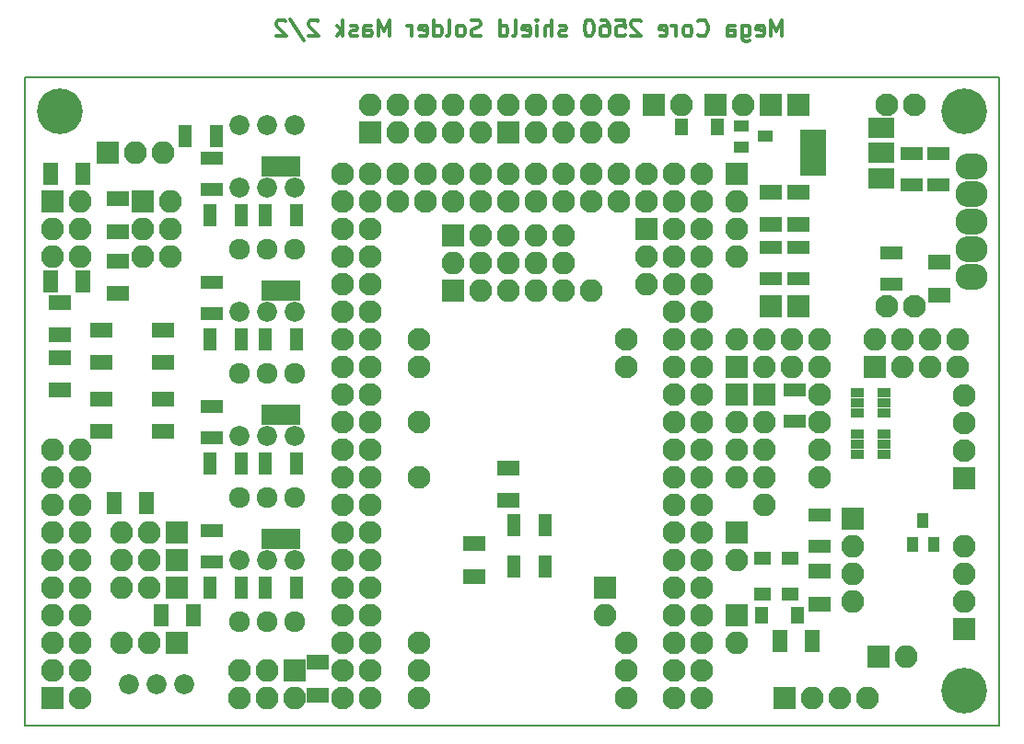
<source format=gbr>
G04 #@! TF.FileFunction,Soldermask,Bot*
%FSLAX46Y46*%
G04 Gerber Fmt 4.6, Leading zero omitted, Abs format (unit mm)*
G04 Created by KiCad (PCBNEW 4.0.7) date 04/25/18 16:31:08*
%MOMM*%
%LPD*%
G01*
G04 APERTURE LIST*
%ADD10C,0.100000*%
%ADD11C,0.150000*%
%ADD12C,0.300000*%
%ADD13C,2.100000*%
%ADD14O,2.940000X2.432000*%
%ADD15R,1.400000X1.000000*%
%ADD16R,2.100000X2.100000*%
%ADD17O,2.100000X2.100000*%
%ADD18R,1.400000X2.000000*%
%ADD19R,1.600000X1.300000*%
%ADD20R,1.200000X0.950000*%
%ADD21R,2.100000X1.300000*%
%ADD22R,1.300000X2.100000*%
%ADD23C,4.200000*%
%ADD24R,1.000000X1.400000*%
%ADD25R,1.300000X1.600000*%
%ADD26R,2.000000X1.400000*%
%ADD27R,2.400000X4.200000*%
%ADD28R,2.400000X1.900000*%
%ADD29C,1.840000*%
%ADD30C,1.924000*%
%ADD31R,1.924000X1.924000*%
G04 APERTURE END LIST*
D10*
D11*
X140177520Y-61879480D02*
X140177520Y-121569480D01*
X229712520Y-61879480D02*
X140177520Y-61879480D01*
X229712520Y-121569480D02*
X229712520Y-61879480D01*
X140177520Y-121569480D02*
X229712520Y-121569480D01*
D12*
X209746804Y-58113051D02*
X209746804Y-56613051D01*
X209246804Y-57684480D01*
X208746804Y-56613051D01*
X208746804Y-58113051D01*
X207461090Y-58041623D02*
X207603947Y-58113051D01*
X207889661Y-58113051D01*
X208032518Y-58041623D01*
X208103947Y-57898766D01*
X208103947Y-57327337D01*
X208032518Y-57184480D01*
X207889661Y-57113051D01*
X207603947Y-57113051D01*
X207461090Y-57184480D01*
X207389661Y-57327337D01*
X207389661Y-57470194D01*
X208103947Y-57613051D01*
X206103947Y-57113051D02*
X206103947Y-58327337D01*
X206175376Y-58470194D01*
X206246804Y-58541623D01*
X206389661Y-58613051D01*
X206603947Y-58613051D01*
X206746804Y-58541623D01*
X206103947Y-58041623D02*
X206246804Y-58113051D01*
X206532518Y-58113051D01*
X206675376Y-58041623D01*
X206746804Y-57970194D01*
X206818233Y-57827337D01*
X206818233Y-57398766D01*
X206746804Y-57255909D01*
X206675376Y-57184480D01*
X206532518Y-57113051D01*
X206246804Y-57113051D01*
X206103947Y-57184480D01*
X204746804Y-58113051D02*
X204746804Y-57327337D01*
X204818233Y-57184480D01*
X204961090Y-57113051D01*
X205246804Y-57113051D01*
X205389661Y-57184480D01*
X204746804Y-58041623D02*
X204889661Y-58113051D01*
X205246804Y-58113051D01*
X205389661Y-58041623D01*
X205461090Y-57898766D01*
X205461090Y-57755909D01*
X205389661Y-57613051D01*
X205246804Y-57541623D01*
X204889661Y-57541623D01*
X204746804Y-57470194D01*
X202032518Y-57970194D02*
X202103947Y-58041623D01*
X202318233Y-58113051D01*
X202461090Y-58113051D01*
X202675375Y-58041623D01*
X202818233Y-57898766D01*
X202889661Y-57755909D01*
X202961090Y-57470194D01*
X202961090Y-57255909D01*
X202889661Y-56970194D01*
X202818233Y-56827337D01*
X202675375Y-56684480D01*
X202461090Y-56613051D01*
X202318233Y-56613051D01*
X202103947Y-56684480D01*
X202032518Y-56755909D01*
X201175375Y-58113051D02*
X201318233Y-58041623D01*
X201389661Y-57970194D01*
X201461090Y-57827337D01*
X201461090Y-57398766D01*
X201389661Y-57255909D01*
X201318233Y-57184480D01*
X201175375Y-57113051D01*
X200961090Y-57113051D01*
X200818233Y-57184480D01*
X200746804Y-57255909D01*
X200675375Y-57398766D01*
X200675375Y-57827337D01*
X200746804Y-57970194D01*
X200818233Y-58041623D01*
X200961090Y-58113051D01*
X201175375Y-58113051D01*
X200032518Y-58113051D02*
X200032518Y-57113051D01*
X200032518Y-57398766D02*
X199961090Y-57255909D01*
X199889661Y-57184480D01*
X199746804Y-57113051D01*
X199603947Y-57113051D01*
X198532519Y-58041623D02*
X198675376Y-58113051D01*
X198961090Y-58113051D01*
X199103947Y-58041623D01*
X199175376Y-57898766D01*
X199175376Y-57327337D01*
X199103947Y-57184480D01*
X198961090Y-57113051D01*
X198675376Y-57113051D01*
X198532519Y-57184480D01*
X198461090Y-57327337D01*
X198461090Y-57470194D01*
X199175376Y-57613051D01*
X196746805Y-56755909D02*
X196675376Y-56684480D01*
X196532519Y-56613051D01*
X196175376Y-56613051D01*
X196032519Y-56684480D01*
X195961090Y-56755909D01*
X195889662Y-56898766D01*
X195889662Y-57041623D01*
X195961090Y-57255909D01*
X196818233Y-58113051D01*
X195889662Y-58113051D01*
X194532519Y-56613051D02*
X195246805Y-56613051D01*
X195318234Y-57327337D01*
X195246805Y-57255909D01*
X195103948Y-57184480D01*
X194746805Y-57184480D01*
X194603948Y-57255909D01*
X194532519Y-57327337D01*
X194461091Y-57470194D01*
X194461091Y-57827337D01*
X194532519Y-57970194D01*
X194603948Y-58041623D01*
X194746805Y-58113051D01*
X195103948Y-58113051D01*
X195246805Y-58041623D01*
X195318234Y-57970194D01*
X193175377Y-56613051D02*
X193461091Y-56613051D01*
X193603948Y-56684480D01*
X193675377Y-56755909D01*
X193818234Y-56970194D01*
X193889663Y-57255909D01*
X193889663Y-57827337D01*
X193818234Y-57970194D01*
X193746806Y-58041623D01*
X193603948Y-58113051D01*
X193318234Y-58113051D01*
X193175377Y-58041623D01*
X193103948Y-57970194D01*
X193032520Y-57827337D01*
X193032520Y-57470194D01*
X193103948Y-57327337D01*
X193175377Y-57255909D01*
X193318234Y-57184480D01*
X193603948Y-57184480D01*
X193746806Y-57255909D01*
X193818234Y-57327337D01*
X193889663Y-57470194D01*
X192103949Y-56613051D02*
X191961092Y-56613051D01*
X191818235Y-56684480D01*
X191746806Y-56755909D01*
X191675377Y-56898766D01*
X191603949Y-57184480D01*
X191603949Y-57541623D01*
X191675377Y-57827337D01*
X191746806Y-57970194D01*
X191818235Y-58041623D01*
X191961092Y-58113051D01*
X192103949Y-58113051D01*
X192246806Y-58041623D01*
X192318235Y-57970194D01*
X192389663Y-57827337D01*
X192461092Y-57541623D01*
X192461092Y-57184480D01*
X192389663Y-56898766D01*
X192318235Y-56755909D01*
X192246806Y-56684480D01*
X192103949Y-56613051D01*
X189889664Y-58041623D02*
X189746807Y-58113051D01*
X189461092Y-58113051D01*
X189318235Y-58041623D01*
X189246807Y-57898766D01*
X189246807Y-57827337D01*
X189318235Y-57684480D01*
X189461092Y-57613051D01*
X189675378Y-57613051D01*
X189818235Y-57541623D01*
X189889664Y-57398766D01*
X189889664Y-57327337D01*
X189818235Y-57184480D01*
X189675378Y-57113051D01*
X189461092Y-57113051D01*
X189318235Y-57184480D01*
X188603949Y-58113051D02*
X188603949Y-56613051D01*
X187961092Y-58113051D02*
X187961092Y-57327337D01*
X188032521Y-57184480D01*
X188175378Y-57113051D01*
X188389663Y-57113051D01*
X188532521Y-57184480D01*
X188603949Y-57255909D01*
X187246806Y-58113051D02*
X187246806Y-57113051D01*
X187246806Y-56613051D02*
X187318235Y-56684480D01*
X187246806Y-56755909D01*
X187175378Y-56684480D01*
X187246806Y-56613051D01*
X187246806Y-56755909D01*
X185961092Y-58041623D02*
X186103949Y-58113051D01*
X186389663Y-58113051D01*
X186532520Y-58041623D01*
X186603949Y-57898766D01*
X186603949Y-57327337D01*
X186532520Y-57184480D01*
X186389663Y-57113051D01*
X186103949Y-57113051D01*
X185961092Y-57184480D01*
X185889663Y-57327337D01*
X185889663Y-57470194D01*
X186603949Y-57613051D01*
X185032520Y-58113051D02*
X185175378Y-58041623D01*
X185246806Y-57898766D01*
X185246806Y-56613051D01*
X183818235Y-58113051D02*
X183818235Y-56613051D01*
X183818235Y-58041623D02*
X183961092Y-58113051D01*
X184246806Y-58113051D01*
X184389664Y-58041623D01*
X184461092Y-57970194D01*
X184532521Y-57827337D01*
X184532521Y-57398766D01*
X184461092Y-57255909D01*
X184389664Y-57184480D01*
X184246806Y-57113051D01*
X183961092Y-57113051D01*
X183818235Y-57184480D01*
X182032521Y-58041623D02*
X181818235Y-58113051D01*
X181461092Y-58113051D01*
X181318235Y-58041623D01*
X181246806Y-57970194D01*
X181175378Y-57827337D01*
X181175378Y-57684480D01*
X181246806Y-57541623D01*
X181318235Y-57470194D01*
X181461092Y-57398766D01*
X181746806Y-57327337D01*
X181889664Y-57255909D01*
X181961092Y-57184480D01*
X182032521Y-57041623D01*
X182032521Y-56898766D01*
X181961092Y-56755909D01*
X181889664Y-56684480D01*
X181746806Y-56613051D01*
X181389664Y-56613051D01*
X181175378Y-56684480D01*
X180318235Y-58113051D02*
X180461093Y-58041623D01*
X180532521Y-57970194D01*
X180603950Y-57827337D01*
X180603950Y-57398766D01*
X180532521Y-57255909D01*
X180461093Y-57184480D01*
X180318235Y-57113051D01*
X180103950Y-57113051D01*
X179961093Y-57184480D01*
X179889664Y-57255909D01*
X179818235Y-57398766D01*
X179818235Y-57827337D01*
X179889664Y-57970194D01*
X179961093Y-58041623D01*
X180103950Y-58113051D01*
X180318235Y-58113051D01*
X178961092Y-58113051D02*
X179103950Y-58041623D01*
X179175378Y-57898766D01*
X179175378Y-56613051D01*
X177746807Y-58113051D02*
X177746807Y-56613051D01*
X177746807Y-58041623D02*
X177889664Y-58113051D01*
X178175378Y-58113051D01*
X178318236Y-58041623D01*
X178389664Y-57970194D01*
X178461093Y-57827337D01*
X178461093Y-57398766D01*
X178389664Y-57255909D01*
X178318236Y-57184480D01*
X178175378Y-57113051D01*
X177889664Y-57113051D01*
X177746807Y-57184480D01*
X176461093Y-58041623D02*
X176603950Y-58113051D01*
X176889664Y-58113051D01*
X177032521Y-58041623D01*
X177103950Y-57898766D01*
X177103950Y-57327337D01*
X177032521Y-57184480D01*
X176889664Y-57113051D01*
X176603950Y-57113051D01*
X176461093Y-57184480D01*
X176389664Y-57327337D01*
X176389664Y-57470194D01*
X177103950Y-57613051D01*
X175746807Y-58113051D02*
X175746807Y-57113051D01*
X175746807Y-57398766D02*
X175675379Y-57255909D01*
X175603950Y-57184480D01*
X175461093Y-57113051D01*
X175318236Y-57113051D01*
X173675379Y-58113051D02*
X173675379Y-56613051D01*
X173175379Y-57684480D01*
X172675379Y-56613051D01*
X172675379Y-58113051D01*
X171318236Y-58113051D02*
X171318236Y-57327337D01*
X171389665Y-57184480D01*
X171532522Y-57113051D01*
X171818236Y-57113051D01*
X171961093Y-57184480D01*
X171318236Y-58041623D02*
X171461093Y-58113051D01*
X171818236Y-58113051D01*
X171961093Y-58041623D01*
X172032522Y-57898766D01*
X172032522Y-57755909D01*
X171961093Y-57613051D01*
X171818236Y-57541623D01*
X171461093Y-57541623D01*
X171318236Y-57470194D01*
X170675379Y-58041623D02*
X170532522Y-58113051D01*
X170246807Y-58113051D01*
X170103950Y-58041623D01*
X170032522Y-57898766D01*
X170032522Y-57827337D01*
X170103950Y-57684480D01*
X170246807Y-57613051D01*
X170461093Y-57613051D01*
X170603950Y-57541623D01*
X170675379Y-57398766D01*
X170675379Y-57327337D01*
X170603950Y-57184480D01*
X170461093Y-57113051D01*
X170246807Y-57113051D01*
X170103950Y-57184480D01*
X169389664Y-58113051D02*
X169389664Y-56613051D01*
X169246807Y-57541623D02*
X168818236Y-58113051D01*
X168818236Y-57113051D02*
X169389664Y-57684480D01*
X167103950Y-56755909D02*
X167032521Y-56684480D01*
X166889664Y-56613051D01*
X166532521Y-56613051D01*
X166389664Y-56684480D01*
X166318235Y-56755909D01*
X166246807Y-56898766D01*
X166246807Y-57041623D01*
X166318235Y-57255909D01*
X167175378Y-58113051D01*
X166246807Y-58113051D01*
X164532522Y-56541623D02*
X165818236Y-58470194D01*
X164103950Y-56755909D02*
X164032521Y-56684480D01*
X163889664Y-56613051D01*
X163532521Y-56613051D01*
X163389664Y-56684480D01*
X163318235Y-56755909D01*
X163246807Y-56898766D01*
X163246807Y-57041623D01*
X163318235Y-57255909D01*
X164175378Y-58113051D01*
X163246807Y-58113051D01*
D13*
X187167520Y-73309480D03*
X189707520Y-73309480D03*
X192247520Y-73309480D03*
X194787520Y-73309480D03*
X197327520Y-73309480D03*
X184627520Y-73309480D03*
X182087520Y-73309480D03*
X179547520Y-73309480D03*
X177007520Y-73309480D03*
X174467520Y-73309480D03*
X197327520Y-70769480D03*
X194787520Y-70769480D03*
X192247520Y-70769480D03*
X189707520Y-70769480D03*
X187167520Y-70769480D03*
X184627520Y-70769480D03*
X182087520Y-70769480D03*
X179547520Y-70769480D03*
X177007520Y-70769480D03*
X174467520Y-70769480D03*
X199867520Y-70769480D03*
X199867520Y-73309480D03*
X199867520Y-75849480D03*
X199867520Y-78389480D03*
X199867520Y-80929480D03*
X199867520Y-83469480D03*
X199867520Y-86009480D03*
X199867520Y-88549480D03*
X199867520Y-91089480D03*
X199867520Y-93629480D03*
X199867520Y-96169480D03*
X199867520Y-98709480D03*
X199867520Y-101249480D03*
X199867520Y-103789480D03*
X199867520Y-106329480D03*
X199867520Y-108869480D03*
X199867520Y-111409480D03*
X199867520Y-113949480D03*
X199867520Y-116489480D03*
X199867520Y-119029480D03*
X202407520Y-70769480D03*
X202407520Y-73309480D03*
X202407520Y-75849480D03*
X202407520Y-78389480D03*
X202407520Y-80929480D03*
X202407520Y-83469480D03*
X202407520Y-86009480D03*
X202407520Y-88549480D03*
X202407520Y-91089480D03*
X202407520Y-93629480D03*
X202407520Y-96169480D03*
X202407520Y-98709480D03*
X202407520Y-101249480D03*
X202407520Y-103789480D03*
X202407520Y-106329480D03*
X202407520Y-108869480D03*
X202407520Y-111409480D03*
X202407520Y-113949480D03*
X202407520Y-116489480D03*
X202407520Y-119029480D03*
X171927520Y-70769480D03*
X171927520Y-73309480D03*
X171927520Y-75849480D03*
X171927520Y-78389480D03*
X171927520Y-80929480D03*
X171927520Y-83469480D03*
X171927520Y-86009480D03*
X171927520Y-88549480D03*
X171927520Y-91089480D03*
X171927520Y-93629480D03*
X171927520Y-96169480D03*
X171927520Y-98709480D03*
X171927520Y-101249480D03*
X171927520Y-103789480D03*
X171927520Y-106329480D03*
X171927520Y-108869480D03*
X171927520Y-111409480D03*
X171927520Y-113949480D03*
X171927520Y-116489480D03*
X171927520Y-119029480D03*
X169387520Y-119029480D03*
X169387520Y-116489480D03*
X169387520Y-113949480D03*
X169387520Y-111409480D03*
X169387520Y-108869480D03*
X169387520Y-106329480D03*
X169387520Y-103789480D03*
X169387520Y-101249480D03*
X169387520Y-98709480D03*
X169387520Y-96169480D03*
X169387520Y-93629480D03*
X169387520Y-91089480D03*
X169387520Y-88549480D03*
X169387520Y-86009480D03*
X169387520Y-83469480D03*
X169387520Y-80929480D03*
X169387520Y-78389480D03*
X169387520Y-75849480D03*
X169387520Y-73309480D03*
X169387520Y-70769480D03*
D14*
X227172520Y-70134480D03*
X227172520Y-72674480D03*
X227172520Y-75214480D03*
X227172520Y-77754480D03*
X227172520Y-80294480D03*
D15*
X206006520Y-66390480D03*
X208206520Y-67340480D03*
X206006520Y-68290480D03*
D16*
X208757520Y-64419480D03*
X208767520Y-82961480D03*
X211297520Y-64419480D03*
X211297520Y-82961480D03*
D13*
X219425520Y-64419480D03*
X219425520Y-82961480D03*
X221965520Y-64419480D03*
X221965520Y-82961480D03*
D16*
X197327520Y-75849480D03*
D17*
X197327520Y-78389480D03*
X197327520Y-80929480D03*
D16*
X205582520Y-70769480D03*
D17*
X205582520Y-73309480D03*
X205582520Y-75849480D03*
X205582520Y-78389480D03*
D18*
X209543520Y-113822480D03*
X212543520Y-113822480D03*
D19*
X207995520Y-106203480D03*
X207995520Y-109503480D03*
X210535520Y-109503480D03*
X210535520Y-106203480D03*
D16*
X208122520Y-91089480D03*
D17*
X208122520Y-93629480D03*
X208122520Y-96169480D03*
X208122520Y-98709480D03*
X208122520Y-101249480D03*
D20*
X219101520Y-94711480D03*
X219101520Y-95661480D03*
X219101520Y-96611480D03*
X216701520Y-96611480D03*
X216701520Y-95661480D03*
X216701520Y-94711480D03*
X219101520Y-90901480D03*
X219101520Y-91851480D03*
X219101520Y-92801480D03*
X216701520Y-92801480D03*
X216701520Y-91851480D03*
X216701520Y-90901480D03*
D16*
X218663520Y-115219480D03*
D17*
X221203520Y-115219480D03*
D21*
X210916520Y-90655480D03*
X210916520Y-93555480D03*
D22*
X154856520Y-67340480D03*
X157756520Y-67340480D03*
D23*
X226537520Y-118394480D03*
X226537520Y-65054480D03*
D21*
X219806520Y-80982480D03*
X219806520Y-78082480D03*
D24*
X221777520Y-104889480D03*
X222727520Y-102689480D03*
X223677520Y-104889480D03*
D25*
X207869520Y-111409480D03*
X211169520Y-111409480D03*
D26*
X213202520Y-110369480D03*
X213202520Y-107369480D03*
D21*
X213202520Y-105112480D03*
X213202520Y-102212480D03*
D26*
X224251520Y-78921480D03*
X224251520Y-81921480D03*
D21*
X224124520Y-71838480D03*
X224124520Y-68938480D03*
X221711520Y-68938480D03*
X221711520Y-71838480D03*
X211297520Y-80474480D03*
X211297520Y-77574480D03*
X208757520Y-80474480D03*
X208757520Y-77574480D03*
D26*
X211297520Y-72444480D03*
X211297520Y-75444480D03*
X208757520Y-72444480D03*
X208757520Y-75444480D03*
D27*
X212592520Y-68864480D03*
D28*
X218892520Y-68864480D03*
X218892520Y-71164480D03*
X218892520Y-66564480D03*
D25*
X203803520Y-66451480D03*
X200503520Y-66451480D03*
D16*
X179547520Y-76484480D03*
D17*
X179547520Y-79024480D03*
X182087520Y-76484480D03*
X182087520Y-79024480D03*
X184627520Y-76484480D03*
X184627520Y-79024480D03*
X187167520Y-76484480D03*
X187167520Y-79024480D03*
X189707520Y-76484480D03*
X189707520Y-79024480D03*
D13*
X195422520Y-86009480D03*
X195422520Y-88549480D03*
X176372520Y-86009480D03*
X176372520Y-88549480D03*
X176372520Y-93629480D03*
X176372520Y-98709480D03*
X176372520Y-113949480D03*
X176372520Y-116489480D03*
X176372520Y-119029480D03*
X195422520Y-119029480D03*
X195422520Y-116489480D03*
X195422520Y-113949480D03*
D26*
X184627520Y-97844480D03*
X184627520Y-100844480D03*
D22*
X185082520Y-103154480D03*
X187982520Y-103154480D03*
X185082520Y-106964480D03*
X187982520Y-106964480D03*
D26*
X181452520Y-104829480D03*
X181452520Y-107829480D03*
X167101520Y-115751480D03*
X167101520Y-118751480D03*
D21*
X157322520Y-106509480D03*
X157322520Y-103609480D03*
D18*
X152647520Y-111409480D03*
X155647520Y-111409480D03*
X151329520Y-101122480D03*
X148329520Y-101122480D03*
D22*
X162222520Y-97439480D03*
X165122520Y-97439480D03*
D21*
X157322520Y-95079480D03*
X157322520Y-92179480D03*
D26*
X152877520Y-94494480D03*
X152877520Y-91494480D03*
X147162520Y-94494480D03*
X147162520Y-91494480D03*
X147162520Y-85144480D03*
X147162520Y-88144480D03*
X152877520Y-85144480D03*
X152877520Y-88144480D03*
D22*
X162222520Y-86009480D03*
X165122520Y-86009480D03*
D21*
X157322520Y-83649480D03*
X157322520Y-80749480D03*
D22*
X157142520Y-74579480D03*
X160042520Y-74579480D03*
X162222520Y-74579480D03*
X165122520Y-74579480D03*
D18*
X145487520Y-80675480D03*
X142487520Y-80675480D03*
D26*
X143352520Y-85604480D03*
X143352520Y-82604480D03*
X148686520Y-78794480D03*
X148686520Y-81794480D03*
X148686520Y-76079480D03*
X148686520Y-73079480D03*
D21*
X157322520Y-72219480D03*
X157322520Y-69319480D03*
D18*
X145487520Y-70769480D03*
X142487520Y-70769480D03*
D22*
X157142520Y-86009480D03*
X160042520Y-86009480D03*
X157142520Y-97439480D03*
X160042520Y-97439480D03*
X162222520Y-108869480D03*
X165122520Y-108869480D03*
X157142520Y-108869480D03*
X160042520Y-108869480D03*
D16*
X226537520Y-112679480D03*
D17*
X226537520Y-110139480D03*
X226537520Y-107599480D03*
X226537520Y-105059480D03*
D16*
X210027520Y-119029480D03*
D17*
X212567520Y-119029480D03*
X215107520Y-119029480D03*
X217647520Y-119029480D03*
D16*
X205582520Y-111409480D03*
D17*
X205582520Y-113949480D03*
D16*
X216250520Y-102519480D03*
D17*
X216250520Y-105059480D03*
X216250520Y-107599480D03*
X216250520Y-110139480D03*
D16*
X205582520Y-103789480D03*
D17*
X205582520Y-106329480D03*
D16*
X205582520Y-91089480D03*
D17*
X205582520Y-93629480D03*
X205582520Y-96169480D03*
X205582520Y-98709480D03*
D13*
X226537520Y-91152980D03*
X226537520Y-93692980D03*
X226537520Y-96232980D03*
D16*
X226537520Y-98772980D03*
D13*
X213202520Y-91102180D03*
X213202520Y-93642180D03*
X213202520Y-96182180D03*
X213202520Y-98722180D03*
X213202520Y-98722180D03*
X213202520Y-96182180D03*
X213202520Y-93642180D03*
X213202520Y-91102180D03*
D16*
X203677520Y-64419480D03*
D17*
X206217520Y-64419480D03*
D16*
X197962520Y-64419480D03*
D17*
X200502520Y-64419480D03*
D16*
X179547520Y-81564480D03*
D17*
X182087520Y-81564480D03*
X184627520Y-81564480D03*
X187167520Y-81564480D03*
X189707520Y-81564480D03*
X192247520Y-81564480D03*
D16*
X193517520Y-108869480D03*
D17*
X193517520Y-111409480D03*
D16*
X147797520Y-68864480D03*
D17*
X150337520Y-68864480D03*
X152877520Y-68864480D03*
D16*
X150972520Y-73309480D03*
D17*
X153512520Y-73309480D03*
X150972520Y-75849480D03*
X153512520Y-75849480D03*
X150972520Y-78389480D03*
X153512520Y-78389480D03*
D16*
X142717520Y-73309480D03*
D17*
X145257520Y-73309480D03*
X142717520Y-75849480D03*
X145257520Y-75849480D03*
X142717520Y-78389480D03*
X145257520Y-78389480D03*
D16*
X142717520Y-119029480D03*
D17*
X145257520Y-116489480D03*
X142717520Y-116489480D03*
X145257520Y-113949480D03*
X142717520Y-113949480D03*
X145257520Y-111409480D03*
X142717520Y-111409480D03*
X145257520Y-108869480D03*
X142717520Y-108869480D03*
X145257520Y-106329480D03*
X142717520Y-106329480D03*
X145257520Y-103789480D03*
X142717520Y-103789480D03*
X145257520Y-101249480D03*
X142717520Y-101249480D03*
X145257520Y-98709480D03*
X142717520Y-98709480D03*
X145257520Y-96169480D03*
X142717520Y-96169480D03*
D13*
X145257520Y-119029480D03*
D16*
X154147520Y-103789480D03*
D17*
X151607520Y-103789480D03*
X149067520Y-103789480D03*
D16*
X154147520Y-106329480D03*
D17*
X151607520Y-106329480D03*
X149067520Y-106329480D03*
D16*
X154147520Y-108869480D03*
D17*
X151607520Y-108869480D03*
X149067520Y-108869480D03*
D16*
X154147520Y-113949480D03*
D17*
X151607520Y-113949480D03*
X149067520Y-113949480D03*
D29*
X149702520Y-117759480D03*
X152242520Y-117759480D03*
X154782520Y-117759480D03*
D16*
X164942520Y-116489480D03*
D17*
X164942520Y-119029480D03*
X162402520Y-116489480D03*
X162402520Y-119029480D03*
X159862520Y-116489480D03*
X159862520Y-119029480D03*
D30*
X162402520Y-112044480D03*
X164942520Y-112044480D03*
X159862520Y-112044480D03*
D29*
X159862520Y-106329480D03*
X162402520Y-106329480D03*
X164942520Y-106329480D03*
D30*
X162402520Y-100614480D03*
X164942520Y-100614480D03*
X159862520Y-100614480D03*
D29*
X159862520Y-94899480D03*
X162402520Y-94899480D03*
X164942520Y-94899480D03*
D30*
X162402520Y-89184480D03*
X164942520Y-89184480D03*
X159862520Y-89184480D03*
D29*
X159862520Y-83469480D03*
X162402520Y-83469480D03*
X164942520Y-83469480D03*
X159862520Y-72039480D03*
X162402520Y-72039480D03*
X164942520Y-72039480D03*
D30*
X162402520Y-77754480D03*
X164942520Y-77754480D03*
X159862520Y-77754480D03*
D29*
X159862520Y-66324480D03*
X162402520Y-66324480D03*
X164942520Y-66324480D03*
D16*
X205582520Y-88549480D03*
D17*
X205582520Y-86009480D03*
X208122520Y-88549480D03*
X208122520Y-86009480D03*
X210662520Y-88549480D03*
X210662520Y-86009480D03*
X213202520Y-88549480D03*
X213202520Y-86009480D03*
D16*
X171927520Y-66959480D03*
D17*
X171927520Y-64419480D03*
X174467520Y-66959480D03*
X174467520Y-64419480D03*
X177007520Y-66959480D03*
X177007520Y-64419480D03*
X179547520Y-66959480D03*
X179547520Y-64419480D03*
X182087520Y-66959480D03*
X182087520Y-64419480D03*
D16*
X184627520Y-66959480D03*
D17*
X184627520Y-64419480D03*
X187167520Y-66959480D03*
X187167520Y-64419480D03*
X189707520Y-66959480D03*
X189707520Y-64419480D03*
X192247520Y-66959480D03*
X192247520Y-64419480D03*
X194787520Y-66959480D03*
X194787520Y-64419480D03*
D31*
X164571680Y-70134480D03*
X162872420Y-70134480D03*
X164571680Y-81564480D03*
X162872420Y-81564480D03*
X164571680Y-92994480D03*
X162872420Y-92994480D03*
X164571680Y-104424480D03*
X162872420Y-104424480D03*
D16*
X218282520Y-88549480D03*
D17*
X218282520Y-86009480D03*
X220822520Y-88549480D03*
X220822520Y-86009480D03*
X223362520Y-88549480D03*
X223362520Y-86009480D03*
X225902520Y-88549480D03*
X225902520Y-86009480D03*
D26*
X143352520Y-90684480D03*
X143352520Y-87684480D03*
D23*
X143352520Y-65054480D03*
M02*

</source>
